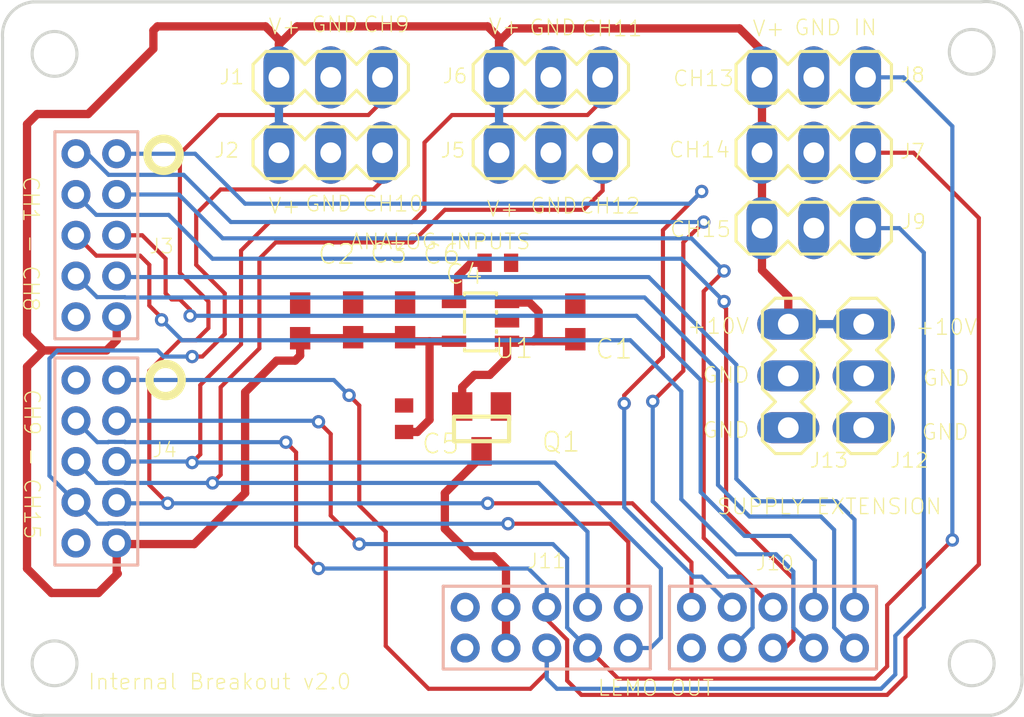
<source format=kicad_pcb>
(kicad_pcb (version 20171130) (host pcbnew 5.1.9)
  (layers (0 Top signal) (31 Bottom signal) (34 B.Paste user) (35 F.Paste user) (36 B.SilkS user) (37 F.SilkS user) (38 B.Mask user) (39 F.Mask user) (44 Edge.Cuts user))
  (net 0 "")
  (net 1 GND)
  (net 2 /VCC)
  (net 3 "Net-(C1-Pad1)")
  (net 4 /V+)
  (net 5 "Net-(C4-Pad1)")
  (net 6 /CH2)
  (net 7 /CH1)
  (net 8 /CH4)
  (net 9 /CH3)
  (net 10 /CH6)
  (net 11 /CH5)
  (net 12 /CH8)
  (net 13 /CH7)
  (net 14 /CH10)
  (net 15 /CH9)
  (net 16 /CH12)
  (net 17 /CH11)
  (net 18 /CH14)
  (net 19 /CH13)
  (net 20 "Net-(J4-Pad2)")
  (net 21 /CH15)
  (module internal_breakout:SUPER-SOT3 (layer Top) (at 146.994617 108.4536 180)
    (fp_text reference Q1 (at -2.9 -1.2) (layer F.SilkS) (effects (font (size 0.95 0.95) (thickness 0.076)) (justify left bottom)))
    (fp_text value DMP3099L)
    (pad 3 smd rect (at 0 -1.1 180) (size 1 1.4) (layers Top F.Paste F.Mask) (net 2 /VCC))
    (pad 2 smd rect (at 0.95 1.1 180) (size 1 1.4) (layers Top F.Paste F.Mask) (net 3 "Net-(C1-Pad1)"))
    (pad 1 smd rect (at -0.95 1.1 180) (size 1 1.4) (layers Top F.Paste F.Mask) (net 1 GND))
  )
  (module internal_breakout:SOT25 (layer Top) (at 146.944617 103.2036 90)
    (fp_text reference U1 (at -1.855 0.645) (layer F.SilkS) (effects (font (size 0.95 0.95) (thickness 0.076)) (justify left bottom)))
    (fp_text value LP2985)
    (pad 5 smd rect (at -0.95 -1.3 90) (size 0.55 1.2) (layers Top F.Paste F.Mask) (net 4 /V+))
    (pad 4 smd rect (at 0.95 -1.3 90) (size 0.55 1.2) (layers Top F.Paste F.Mask) (net 5 "Net-(C4-Pad1)"))
    (pad 3 smd rect (at 0.95 1.3 90) (size 0.55 1.2) (layers Top F.Paste F.Mask) (net 3 "Net-(C1-Pad1)"))
    (pad 2 smd rect (at 0 1.3 90) (size 0.55 1.2) (layers Top F.Paste F.Mask) (net 1 GND))
    (pad 1 smd rect (at -0.95 1.3 90) (size 0.55 1.2) (layers Top F.Paste F.Mask) (net 3 "Net-(C1-Pad1)"))
  )
  (module internal_breakout:C0603 (layer Top) (at 151.594617 103.2036 90)
    (fp_text reference C1 (at -1.885 0.915) (layer F.SilkS) (effects (font (size 0.95 0.95) (thickness 0.076)) (justify left bottom)))
    (fp_text value 1uF)
    (pad 2 smd rect (at 0.85 0 90) (size 1.1 1) (layers Top F.Paste F.Mask) (net 1 GND))
    (pad 1 smd rect (at -0.85 0 90) (size 1.1 1) (layers Top F.Paste F.Mask) (net 3 "Net-(C1-Pad1)"))
  )
  (module internal_breakout:C0603 (layer Top) (at 138.094617 103.1536 90)
    (fp_text reference C2 (at 2.715 0.815) (layer F.SilkS) (effects (font (size 0.95 0.95) (thickness 0.076)) (justify left bottom)))
    (fp_text value 10uF)
    (pad 2 smd rect (at 0.85 0 90) (size 1.1 1) (layers Top F.Paste F.Mask) (net 1 GND))
    (pad 1 smd rect (at -0.85 0 90) (size 1.1 1) (layers Top F.Paste F.Mask) (net 4 /V+))
  )
  (module internal_breakout:C0603 (layer Top) (at 140.694617 103.1036 90)
    (fp_text reference C3 (at 2.715 0.765) (layer F.SilkS) (effects (font (size 0.95 0.95) (thickness 0.076)) (justify left bottom)))
    (fp_text value 1uF)
    (pad 2 smd rect (at 0.85 0 90) (size 1.1 1) (layers Top F.Paste F.Mask) (net 1 GND))
    (pad 1 smd rect (at -0.85 0 90) (size 1.1 1) (layers Top F.Paste F.Mask) (net 4 /V+))
  )
  (module internal_breakout:C0402 (layer Top) (at 147.794617 100.3036)
    (fp_text reference C4 (at -2.635 1.115) (layer F.SilkS) (effects (font (size 0.95 0.95) (thickness 0.076)) (justify left bottom)))
    (fp_text value 10nF)
    (pad 2 smd rect (at 0.65 0) (size 0.7 0.9) (layers Top F.Paste F.Mask) (net 1 GND))
    (pad 1 smd rect (at -0.65 0) (size 0.7 0.9) (layers Top F.Paste F.Mask) (net 5 "Net-(C4-Pad1)"))
  )
  (module internal_breakout:C0402 (layer Top) (at 143.194617 107.9536 90)
    (fp_text reference C5 (at -1.785 0.815) (layer F.SilkS) (effects (font (size 0.95 0.95) (thickness 0.076)) (justify left bottom)))
    (fp_text value 1nF)
    (pad 2 smd rect (at 0.65 0 90) (size 0.7 0.9) (layers Top F.Paste F.Mask) (net 1 GND))
    (pad 1 smd rect (at -0.65 0 90) (size 0.7 0.9) (layers Top F.Paste F.Mask) (net 4 /V+))
  )
  (module internal_breakout:2X5 (layer Bottom) (at 128.094617 98.9536 270)
    (fp_text reference J3 hide)
    (fp_text value 2X5 hide)
    (pad 10 thru_hole circle (at 4 1 270) (size 1.4224 1.4224) (drill 0.8) (layers *.Cu *.Mask) (net 1 GND))
    (pad 9 thru_hole circle (at 4 -1 270) (size 1.4224 1.4224) (drill 0.8) (layers *.Cu *.Mask) (net 4 /V+))
    (pad 8 thru_hole circle (at 2 1 270) (size 1.4224 1.4224) (drill 0.8) (layers *.Cu *.Mask) (net 6 /CH2))
    (pad 7 thru_hole circle (at 2 -1 270) (size 1.4224 1.4224) (drill 0.8) (layers *.Cu *.Mask) (net 7 /CH1))
    (pad 6 thru_hole circle (at 0 1 270) (size 1.4224 1.4224) (drill 0.8) (layers *.Cu *.Mask) (net 8 /CH4))
    (pad 5 thru_hole circle (at 0 -1 270) (size 1.4224 1.4224) (drill 0.8) (layers *.Cu *.Mask) (net 9 /CH3))
    (pad 4 thru_hole circle (at -2 1 270) (size 1.4224 1.4224) (drill 0.8) (layers *.Cu *.Mask) (net 10 /CH6))
    (pad 3 thru_hole circle (at -2 -1 270) (size 1.4224 1.4224) (drill 0.8) (layers *.Cu *.Mask) (net 11 /CH5))
    (pad 2 thru_hole circle (at -4 1 270) (size 1.4224 1.4224) (drill 0.8) (layers *.Cu *.Mask) (net 12 /CH8))
    (pad 1 thru_hole circle (at -4 -1 270) (size 1.4224 1.4224) (drill 0.8) (layers *.Cu *.Mask) (net 13 /CH7))
  )
  (module internal_breakout:2X5 (layer Bottom) (at 128.094617 110.0536 270)
    (fp_text reference J4 hide)
    (fp_text value 2X5 hide)
    (pad 10 thru_hole circle (at 4 1 270) (size 1.4224 1.4224) (drill 0.8) (layers *.Cu *.Mask) (net 1 GND))
    (pad 9 thru_hole circle (at 4 -1 270) (size 1.4224 1.4224) (drill 0.8) (layers *.Cu *.Mask) (net 4 /V+))
    (pad 8 thru_hole circle (at 2 1 270) (size 1.4224 1.4224) (drill 0.8) (layers *.Cu *.Mask) (net 14 /CH10))
    (pad 7 thru_hole circle (at 2 -1 270) (size 1.4224 1.4224) (drill 0.8) (layers *.Cu *.Mask) (net 15 /CH9))
    (pad 6 thru_hole circle (at 0 1 270) (size 1.4224 1.4224) (drill 0.8) (layers *.Cu *.Mask) (net 16 /CH12))
    (pad 5 thru_hole circle (at 0 -1 270) (size 1.4224 1.4224) (drill 0.8) (layers *.Cu *.Mask) (net 17 /CH11))
    (pad 4 thru_hole circle (at -2 1 270) (size 1.4224 1.4224) (drill 0.8) (layers *.Cu *.Mask) (net 18 /CH14))
    (pad 3 thru_hole circle (at -2 -1 270) (size 1.4224 1.4224) (drill 0.8) (layers *.Cu *.Mask) (net 19 /CH13))
    (pad 2 thru_hole circle (at -4 1 270) (size 1.4224 1.4224) (drill 0.8) (layers *.Cu *.Mask) (net 20 "Net-(J4-Pad2)"))
    (pad 1 thru_hole circle (at -4 -1 270) (size 1.4224 1.4224) (drill 0.8) (layers *.Cu *.Mask) (net 21 /CH15))
  )
  (module internal_breakout:2X5 (layer Bottom) (at 161.294617 118.2036 180)
    (fp_text reference J10 hide)
    (fp_text value 2X5 hide)
    (pad 10 thru_hole circle (at 4 1 180) (size 1.4224 1.4224) (drill 0.8) (layers *.Cu *.Mask) (net 15 /CH9))
    (pad 9 thru_hole circle (at 4 -1 180) (size 1.4224 1.4224) (drill 0.8) (layers *.Cu *.Mask) (net 1 GND))
    (pad 8 thru_hole circle (at 2 1 180) (size 1.4224 1.4224) (drill 0.8) (layers *.Cu *.Mask) (net 13 /CH7))
    (pad 7 thru_hole circle (at 2 -1 180) (size 1.4224 1.4224) (drill 0.8) (layers *.Cu *.Mask) (net 12 /CH8))
    (pad 6 thru_hole circle (at 0 1 180) (size 1.4224 1.4224) (drill 0.8) (layers *.Cu *.Mask) (net 11 /CH5))
    (pad 5 thru_hole circle (at 0 -1 180) (size 1.4224 1.4224) (drill 0.8) (layers *.Cu *.Mask) (net 10 /CH6))
    (pad 4 thru_hole circle (at -2 1 180) (size 1.4224 1.4224) (drill 0.8) (layers *.Cu *.Mask) (net 9 /CH3))
    (pad 3 thru_hole circle (at -2 -1 180) (size 1.4224 1.4224) (drill 0.8) (layers *.Cu *.Mask) (net 8 /CH4))
    (pad 2 thru_hole circle (at -4 1 180) (size 1.4224 1.4224) (drill 0.8) (layers *.Cu *.Mask) (net 7 /CH1))
    (pad 1 thru_hole circle (at -4 -1 180) (size 1.4224 1.4224) (drill 0.8) (layers *.Cu *.Mask) (net 6 /CH2))
  )
  (module internal_breakout:2X5 (layer Bottom) (at 150.194617 118.2036 180)
    (fp_text reference J11 hide)
    (fp_text value 2X5 hide)
    (pad 10 thru_hole circle (at 4 1 180) (size 1.4224 1.4224) (drill 0.8) (layers *.Cu *.Mask) (net 1 GND))
    (pad 9 thru_hole circle (at 4 -1 180) (size 1.4224 1.4224) (drill 0.8) (layers *.Cu *.Mask) (net 1 GND))
    (pad 8 thru_hole circle (at 2 1 180) (size 1.4224 1.4224) (drill 0.8) (layers *.Cu *.Mask) (net 2 /VCC))
    (pad 7 thru_hole circle (at 2 -1 180) (size 1.4224 1.4224) (drill 0.8) (layers *.Cu *.Mask) (net 2 /VCC))
    (pad 6 thru_hole circle (at 0 1 180) (size 1.4224 1.4224) (drill 0.8) (layers *.Cu *.Mask) (net 18 /CH14))
    (pad 5 thru_hole circle (at 0 -1 180) (size 1.4224 1.4224) (drill 0.8) (layers *.Cu *.Mask) (net 21 /CH15))
    (pad 4 thru_hole circle (at -2 1 180) (size 1.4224 1.4224) (drill 0.8) (layers *.Cu *.Mask) (net 16 /CH12))
    (pad 3 thru_hole circle (at -2 -1 180) (size 1.4224 1.4224) (drill 0.8) (layers *.Cu *.Mask) (net 19 /CH13))
    (pad 2 thru_hole circle (at -4 1 180) (size 1.4224 1.4224) (drill 0.8) (layers *.Cu *.Mask) (net 14 /CH10))
    (pad 1 thru_hole circle (at -4 -1 180) (size 1.4224 1.4224) (drill 0.8) (layers *.Cu *.Mask) (net 17 /CH11))
  )
  (module internal_breakout:C0603 (layer Top) (at 143.244617 103.1036 90)
    (fp_text reference C6 (at 2.665 0.815) (layer F.SilkS) (effects (font (size 0.95 0.95) (thickness 0.076)) (justify left bottom)))
    (fp_text value 2.2uF)
    (pad 2 smd rect (at 0.85 0 90) (size 1.1 1) (layers Top F.Paste F.Mask) (net 1 GND))
    (pad 1 smd rect (at -0.85 0 90) (size 1.1 1) (layers Top F.Paste F.Mask) (net 4 /V+))
  )
  (module internal_breakout:MA03-1 (layer Top) (at 139.594617 91.2036)
    (fp_text reference J1 (at -5.51 0.399) (layer F.SilkS) (effects (font (size 0.7125 0.7125) (thickness 0.07125)) (justify left bottom)))
    (fp_text value MA03-1)
    (pad 3 thru_hole oval (at 2.54 0 90) (size 3.048 1.524) (drill 1.016) (layers *.Cu *.Mask) (net 15 /CH9))
    (pad 2 thru_hole oval (at 0 0 90) (size 3.048 1.524) (drill 1.016) (layers *.Cu *.Mask) (net 1 GND))
    (pad 1 thru_hole oval (at -2.54 0 90) (size 3.048 1.524) (drill 1.016) (layers *.Cu *.Mask) (net 4 /V+))
  )
  (module internal_breakout:MA03-1 (layer Top) (at 139.594617 94.9036)
    (fp_text reference J2 (at -5.76 0.299) (layer F.SilkS) (effects (font (size 0.7125 0.7125) (thickness 0.07125)) (justify left bottom)))
    (fp_text value MA03-1)
    (pad 3 thru_hole oval (at 2.54 0 90) (size 3.048 1.524) (drill 1.016) (layers *.Cu *.Mask) (net 14 /CH10))
    (pad 2 thru_hole oval (at 0 0 90) (size 3.048 1.524) (drill 1.016) (layers *.Cu *.Mask) (net 1 GND))
    (pad 1 thru_hole oval (at -2.54 0 90) (size 3.048 1.524) (drill 1.016) (layers *.Cu *.Mask) (net 4 /V+))
  )
  (module internal_breakout:MA03-1 (layer Top) (at 162.044617 105.8536 90)
    (fp_text reference J13 (at -4.56 0.999) (layer F.SilkS) (effects (font (size 0.7125 0.7125) (thickness 0.07125)) (justify left bottom)))
    (fp_text value MA03-1)
    (pad 3 thru_hole oval (at 2.54 0 180) (size 3.048 1.524) (drill 1.016) (layers *.Cu *.Mask) (net 4 /V+))
    (pad 2 thru_hole oval (at 0 0 180) (size 3.048 1.524) (drill 1.016) (layers *.Cu *.Mask) (net 1 GND))
    (pad 1 thru_hole oval (at -2.54 0 180) (size 3.048 1.524) (drill 1.016) (layers *.Cu *.Mask) (net 1 GND))
  )
  (module internal_breakout:MA03-1 (layer Top) (at 150.394617 91.2036)
    (fp_text reference J6 (at -5.36 0.349) (layer F.SilkS) (effects (font (size 0.7125 0.7125) (thickness 0.07125)) (justify left bottom)))
    (fp_text value MA03-1)
    (pad 3 thru_hole oval (at 2.54 0 90) (size 3.048 1.524) (drill 1.016) (layers *.Cu *.Mask) (net 17 /CH11))
    (pad 2 thru_hole oval (at 0 0 90) (size 3.048 1.524) (drill 1.016) (layers *.Cu *.Mask) (net 1 GND))
    (pad 1 thru_hole oval (at -2.54 0 90) (size 3.048 1.524) (drill 1.016) (layers *.Cu *.Mask) (net 4 /V+))
  )
  (module internal_breakout:MA03-1 (layer Top) (at 150.394617 94.9036)
    (fp_text reference J5 (at -5.46 0.299) (layer F.SilkS) (effects (font (size 0.7125 0.7125) (thickness 0.07125)) (justify left bottom)))
    (fp_text value MA03-1)
    (pad 3 thru_hole oval (at 2.54 0 90) (size 3.048 1.524) (drill 1.016) (layers *.Cu *.Mask) (net 16 /CH12))
    (pad 2 thru_hole oval (at 0 0 90) (size 3.048 1.524) (drill 1.016) (layers *.Cu *.Mask) (net 1 GND))
    (pad 1 thru_hole oval (at -2.54 0 90) (size 3.048 1.524) (drill 1.016) (layers *.Cu *.Mask) (net 4 /V+))
  )
  (module internal_breakout:MA03-1 (layer Top) (at 165.744617 105.8536 90)
    (fp_text reference J12 (at -4.56 1.249) (layer F.SilkS) (effects (font (size 0.7125 0.7125) (thickness 0.07125)) (justify left bottom)))
    (fp_text value MA03-1)
    (pad 3 thru_hole oval (at 2.54 0 180) (size 3.048 1.524) (drill 1.016) (layers *.Cu *.Mask) (net 4 /V+))
    (pad 2 thru_hole oval (at 0 0 180) (size 3.048 1.524) (drill 1.016) (layers *.Cu *.Mask) (net 1 GND))
    (pad 1 thru_hole oval (at -2.54 0 180) (size 3.048 1.524) (drill 1.016) (layers *.Cu *.Mask) (net 1 GND))
  )
  (module internal_breakout:MA03-1 (layer Top) (at 163.294617 91.2036)
    (fp_text reference J8 (at 4.19 0.299) (layer F.SilkS) (effects (font (size 0.7125 0.7125) (thickness 0.07125)) (justify left bottom)))
    (fp_text value MA03-1)
    (pad 3 thru_hole oval (at 2.54 0 90) (size 3.048 1.524) (drill 1.016) (layers *.Cu *.Mask) (net 19 /CH13))
    (pad 2 thru_hole oval (at 0 0 90) (size 3.048 1.524) (drill 1.016) (layers *.Cu *.Mask) (net 1 GND))
    (pad 1 thru_hole oval (at -2.54 0 90) (size 3.048 1.524) (drill 1.016) (layers *.Cu *.Mask) (net 4 /V+))
  )
  (module internal_breakout:MA03-1 (layer Top) (at 163.294617 94.9036)
    (fp_text reference J7 (at 4.19 0.349) (layer F.SilkS) (effects (font (size 0.7125 0.7125) (thickness 0.07125)) (justify left bottom)))
    (fp_text value MA03-1)
    (pad 3 thru_hole oval (at 2.54 0 90) (size 3.048 1.524) (drill 1.016) (layers *.Cu *.Mask) (net 18 /CH14))
    (pad 2 thru_hole oval (at 0 0 90) (size 3.048 1.524) (drill 1.016) (layers *.Cu *.Mask) (net 1 GND))
    (pad 1 thru_hole oval (at -2.54 0 90) (size 3.048 1.524) (drill 1.016) (layers *.Cu *.Mask) (net 4 /V+))
  )
  (module internal_breakout:MA03-1 (layer Top) (at 163.294617 98.6036)
    (fp_text reference J9 (at 4.24 0.099) (layer F.SilkS) (effects (font (size 0.7125 0.7125) (thickness 0.07125)) (justify left bottom)))
    (fp_text value MA03-1)
    (pad 3 thru_hole oval (at 2.54 0 90) (size 3.048 1.524) (drill 1.016) (layers *.Cu *.Mask) (net 21 /CH15))
    (pad 2 thru_hole oval (at 0 0 90) (size 3.048 1.524) (drill 1.016) (layers *.Cu *.Mask) (net 1 GND))
    (pad 1 thru_hole oval (at -2.54 0 90) (size 3.048 1.524) (drill 1.016) (layers *.Cu *.Mask) (net 4 /V+))
  )
  (gr_line (start 124.994617 87.5036) (end 171.494617 87.5036) (layer Edge.Cuts) (width 0.15))
  (gr_line (start 123.494617 121.0036) (end 123.494617 89.2536) (layer Edge.Cuts) (width 0.15))
  (gr_line (start 173.494617 120.5036) (end 173.494617 89.0036) (layer Edge.Cuts) (width 0.15))
  (gr_line (start 125.494617 122.5036) (end 171.994617 122.5036) (layer Edge.Cuts) (width 0.15))
  (gr_arc (start 125.119617 89.1286) (end 123.494617 89.2536) (angle 90) (layer Edge.Cuts) (width 0.1524))
  (gr_arc (start 125.244617 120.7536) (end 125.494617 122.5036) (angle 90) (layer Edge.Cuts) (width 0.1524))
  (gr_arc (start 171.744617 120.7536) (end 173.494617 120.5036) (angle 90) (layer Edge.Cuts) (width 0.1524))
  (gr_arc (start 171.744617 89.2536) (end 171.494617 87.5036) (angle 90) (layer Edge.Cuts) (width 0.1524))
  (gr_circle (center 126.044617 90.0536) (end 127.144617 90.0536) (layer Edge.Cuts) (width 0.1524))
  (gr_circle (center 126.044617 119.9536) (end 127.144617 119.9536) (layer Edge.Cuts) (width 0.1524))
  (gr_circle (center 171.044617 89.9536) (end 172.144617 89.9536) (layer Edge.Cuts) (width 0.1524))
  (gr_circle (center 171.044617 119.9536) (end 172.144617 119.9536) (layer Edge.Cuts) (width 0.1524))
  (gr_text "SUPPLY EXTENSION" (at 158.494617 112.7036) (layer F.SilkS) (effects (font (size 0.76 0.76) (thickness 0.064)) (justify left bottom)))
  (gr_text "ANALOG INPUTS" (at 140.494617 99.7036) (layer F.SilkS) (effects (font (size 0.76 0.76) (thickness 0.064)) (justify left bottom)))
  (gr_text "LEMO OUT" (at 152.644617 121.6036) (layer F.SilkS) (effects (font (size 0.76 0.76) (thickness 0.064)) (justify left bottom)))
  (gr_text J11 (at 149.194617 115.3536) (layer F.SilkS) (effects (font (size 0.7125 0.7125) (thickness 0.06)) (justify left bottom)))
  (gr_text J10 (at 160.394617 115.4536) (layer F.SilkS) (effects (font (size 0.7125 0.7125) (thickness 0.06)) (justify left bottom)))
  (gr_text J4 (at 130.794617 109.9036) (layer F.SilkS) (effects (font (size 0.7125 0.7125) (thickness 0.06)) (justify left bottom)))
  (gr_text J3 (at 130.644617 99.9036) (layer F.SilkS) (effects (font (size 0.7125 0.7125) (thickness 0.06)) (justify left bottom)))
  (gr_text "CH1 - CH8" (at 124.444617 96.0036 270) (layer F.SilkS) (effects (font (size 0.76 0.76) (thickness 0.064)) (justify left bottom)))
  (gr_text "CH9 - CH15" (at 124.494617 106.4536 270) (layer F.SilkS) (effects (font (size 0.76 0.76) (thickness 0.064)) (justify left bottom)))
  (gr_text V+ (at 136.494617 89.1536) (layer F.SilkS) (effects (font (size 0.76 0.76) (thickness 0.064)) (justify left bottom)))
  (gr_text GND (at 138.594617 89.0536) (layer F.SilkS) (effects (font (size 0.76 0.76) (thickness 0.064)) (justify left bottom)))
  (gr_text GND (at 149.294617 89.2036) (layer F.SilkS) (effects (font (size 0.76 0.76) (thickness 0.064)) (justify left bottom)))
  (gr_text GND (at 162.294617 89.2036) (layer F.SilkS) (effects (font (size 0.76 0.76) (thickness 0.064)) (justify left bottom)))
  (gr_text GND (at 168.594617 106.4036) (layer F.SilkS) (effects (font (size 0.76 0.76) (thickness 0.064)) (justify left bottom)))
  (gr_text GND (at 168.544617 109.0536) (layer F.SilkS) (effects (font (size 0.76 0.76) (thickness 0.064)) (justify left bottom)))
  (gr_text GND (at 157.794617 108.9536) (layer F.SilkS) (effects (font (size 0.76 0.76) (thickness 0.064)) (justify left bottom)))
  (gr_text GND (at 157.794617 106.2536) (layer F.SilkS) (effects (font (size 0.76 0.76) (thickness 0.064)) (justify left bottom)))
  (gr_text GND (at 149.344617 97.9536) (layer F.SilkS) (effects (font (size 0.76 0.76) (thickness 0.064)) (justify left bottom)))
  (gr_text GND (at 138.294617 97.8536) (layer F.SilkS) (effects (font (size 0.76 0.76) (thickness 0.064)) (justify left bottom)))
  (gr_text V+ (at 147.294617 89.1536) (layer F.SilkS) (effects (font (size 0.76 0.76) (thickness 0.064)) (justify left bottom)))
  (gr_text V+ (at 160.244617 89.2536) (layer F.SilkS) (effects (font (size 0.76 0.76) (thickness 0.064)) (justify left bottom)))
  (gr_text V+ (at 147.194617 98.1036) (layer F.SilkS) (effects (font (size 0.76 0.76) (thickness 0.064)) (justify left bottom)))
  (gr_text V+ (at 136.494617 97.9536) (layer F.SilkS) (effects (font (size 0.76 0.76) (thickness 0.064)) (justify left bottom)))
  (gr_text +10V (at 157.044617 103.8536) (layer F.SilkS) (effects (font (size 0.76 0.76) (thickness 0.064)) (justify left bottom)))
  (gr_text +10V (at 168.244617 103.9036) (layer F.SilkS) (effects (font (size 0.76 0.76) (thickness 0.064)) (justify left bottom)))
  (gr_text "Internal Breakout v2.0" (at 127.644617 121.3036) (layer F.SilkS) (effects (font (size 0.76 0.76) (thickness 0.064)) (justify left bottom)))
  (gr_text CH9 (at 141.144617 89.0536) (layer F.SilkS) (effects (font (size 0.76 0.76) (thickness 0.064)) (justify left bottom)))
  (gr_text CH11 (at 151.844617 89.2536) (layer F.SilkS) (effects (font (size 0.76 0.76) (thickness 0.064)) (justify left bottom)))
  (gr_text CH10 (at 141.094617 97.8536) (layer F.SilkS) (effects (font (size 0.76 0.76) (thickness 0.064)) (justify left bottom)))
  (gr_text CH12 (at 151.744617 97.9536) (layer F.SilkS) (effects (font (size 0.76 0.76) (thickness 0.064)) (justify left bottom)))
  (gr_text IN (at 165.194617 89.2036) (layer F.SilkS) (effects (font (size 0.76 0.76) (thickness 0.064)) (justify left bottom)))
  (gr_text CH13 (at 156.344617 91.7036) (layer F.SilkS) (effects (font (size 0.76 0.76) (thickness 0.064)) (justify left bottom)))
  (gr_text CH14 (at 156.144617 95.2036) (layer F.SilkS) (effects (font (size 0.76 0.76) (thickness 0.064)) (justify left bottom)))
  (gr_text CH15 (at 156.194617 99.1036) (layer F.SilkS) (effects (font (size 0.76 0.76) (thickness 0.064)) (justify left bottom)))
  (gr_circle (center 131.394617 95.0036) (end 132.185185 95.0036) (layer F.SilkS) (width 0.4064))
  (gr_circle (center 131.494617 106.0536) (end 132.285185 106.0536) (layer F.SilkS) (width 0.4064))
  (segment (start 146.044617 107.3536) (end 146.044617 106.4036) (width 0.4064) (layer Top) (net 3))
  (segment (start 146.044617 106.4036) (end 146.644617 105.8036) (width 0.4064) (layer Top) (net 3))
  (segment (start 146.644617 105.8036) (end 147.394617 105.8036) (width 0.4064) (layer Top) (net 3))
  (segment (start 148.244617 104.9536) (end 148.244617 104.1536) (width 0.4064) (layer Top) (net 3))
  (segment (start 147.394617 105.8036) (end 148.244617 104.9536) (width 0.4064) (layer Top) (net 3))
  (segment (start 148.244617 104.1536) (end 149.544617 104.1536) (width 0.4064) (layer Top) (net 3))
  (segment (start 149.794617 102.7036) (end 149.344617 102.2536) (width 0.4064) (layer Top) (net 3))
  (segment (start 149.344617 102.2536) (end 148.244617 102.2536) (width 0.4064) (layer Top) (net 3))
  (segment (start 149.544617 104.1536) (end 149.794617 103.9036) (width 0.4064) (layer Top) (net 3))
  (segment (start 149.794617 103.9036) (end 149.794617 102.7036) (width 0.4064) (layer Top) (net 3))
  (segment (start 149.544617 104.1536) (end 151.494617 104.1536) (width 0.4064) (layer Top) (net 3))
  (segment (start 151.494617 104.1536) (end 151.594617 104.0536) (width 0.4064) (layer Top) (net 3))
  (segment (start 145.644617 102.2536) (end 145.844617 102.0536) (width 0.4064) (layer Top) (net 5))
  (segment (start 145.844617 100.9536) (end 146.494617 100.3036) (width 0.4064) (layer Top) (net 5))
  (segment (start 146.494617 100.3036) (end 147.144617 100.3036) (width 0.4064) (layer Top) (net 5))
  (segment (start 145.844617 102.0536) (end 145.844617 100.9536) (width 0.4064) (layer Top) (net 5))
  (segment (start 148.194617 115.3036) (end 147.594617 114.7036) (width 0.4064) (layer Top) (net 2))
  (segment (start 147.594617 114.7036) (end 146.544617 114.7036) (width 0.4064) (layer Top) (net 2))
  (segment (start 146.544617 114.7036) (end 145.194617 113.3536) (width 0.4064) (layer Top) (net 2))
  (segment (start 146.994617 109.8036) (end 146.994617 109.5536) (width 0.4064) (layer Top) (net 2))
  (segment (start 145.194617 113.3536) (end 145.194617 111.6036) (width 0.4064) (layer Top) (net 2))
  (segment (start 145.194617 111.6036) (end 146.994617 109.8036) (width 0.4064) (layer Top) (net 2))
  (segment (start 148.194617 115.3036) (end 148.194617 117.2036) (width 0.4064) (layer Top) (net 2))
  (segment (start 148.194617 119.2036) (end 148.194617 117.2036) (width 0.4064) (layer Top) (net 2))
  (segment (start 162.044617 103.3136) (end 162.044617 101.9536) (width 0.4064) (layer Top) (net 4))
  (segment (start 160.754617 100.6636) (end 160.754617 98.6036) (width 0.4064) (layer Top) (net 4))
  (segment (start 162.044617 101.9536) (end 160.754617 100.6636) (width 0.4064) (layer Top) (net 4))
  (segment (start 160.754617 98.6036) (end 160.754617 94.9036) (width 0.4064) (layer Top) (net 4))
  (segment (start 160.754617 94.9036) (end 160.754617 91.2036) (width 0.4064) (layer Top) (net 4))
  (segment (start 160.754617 91.2036) (end 160.754617 89.9136) (width 0.4064) (layer Top) (net 4))
  (segment (start 160.754617 89.9136) (end 159.644617 88.8036) (width 0.4064) (layer Top) (net 4))
  (segment (start 159.644617 88.8036) (end 148.494617 88.8036) (width 0.4064) (layer Top) (net 4))
  (segment (start 147.854617 89.4436) (end 147.854617 91.2036) (width 0.4064) (layer Top) (net 4))
  (segment (start 148.494617 88.8036) (end 147.854617 89.4436) (width 0.4064) (layer Top) (net 4))
  (segment (start 147.854617 91.2036) (end 147.854617 89.2636) (width 0.4064) (layer Top) (net 4))
  (segment (start 147.854617 89.2636) (end 147.294617 88.7036) (width 0.4064) (layer Top) (net 4))
  (segment (start 147.294617 88.7036) (end 137.944617 88.7036) (width 0.4064) (layer Top) (net 4))
  (segment (start 137.054617 89.5936) (end 137.054617 91.2036) (width 0.4064) (layer Top) (net 4))
  (segment (start 137.944617 88.7036) (end 137.054617 89.5936) (width 0.4064) (layer Top) (net 4))
  (segment (start 137.054617 91.2036) (end 137.054617 89.3636) (width 0.4064) (layer Top) (net 4))
  (segment (start 137.054617 89.3636) (end 136.394617 88.7036) (width 0.4064) (layer Top) (net 4))
  (segment (start 136.394617 88.7036) (end 131.094617 88.7036) (width 0.4064) (layer Top) (net 4))
  (segment (start 131.094617 88.7036) (end 130.894617 88.9036) (width 0.4064) (layer Top) (net 4))
  (segment (start 124.694617 93.5036) (end 125.194617 93.0036) (width 0.4064) (layer Top) (net 4))
  (segment (start 124.694617 93.5036) (end 124.694617 103.8036) (width 0.4064) (layer Top) (net 4))
  (segment (start 125.494617 104.6036) (end 128.594617 104.6036) (width 0.4064) (layer Top) (net 4))
  (segment (start 128.594617 104.6036) (end 129.094617 104.1036) (width 0.4064) (layer Top) (net 4))
  (segment (start 124.694617 103.8036) (end 125.494617 104.6036) (width 0.4064) (layer Top) (net 4))
  (segment (start 125.494617 104.6036) (end 124.694617 105.4036) (width 0.4064) (layer Top) (net 4))
  (segment (start 124.694617 115.3036) (end 125.894617 116.5036) (width 0.4064) (layer Top) (net 4))
  (segment (start 128.194617 116.5036) (end 129.144617 115.5536) (width 0.4064) (layer Top) (net 4))
  (segment (start 129.144617 115.5536) (end 129.094617 115.5036) (width 0.4064) (layer Top) (net 4))
  (segment (start 124.694617 105.4036) (end 124.694617 115.3036) (width 0.4064) (layer Top) (net 4))
  (segment (start 125.894617 116.5036) (end 128.194617 116.5036) (width 0.4064) (layer Top) (net 4))
  (segment (start 143.444617 104.1536) (end 143.244617 103.9536) (width 0.4064) (layer Top) (net 4))
  (segment (start 145.644617 104.1536) (end 144.444617 104.1536) (width 0.4064) (layer Top) (net 4))
  (segment (start 144.444617 104.1536) (end 143.444617 104.1536) (width 0.4064) (layer Top) (net 4))
  (segment (start 143.194617 108.6036) (end 143.844617 108.6036) (width 0.4064) (layer Top) (net 4))
  (segment (start 143.844617 108.6036) (end 144.444617 108.0036) (width 0.4064) (layer Top) (net 4))
  (segment (start 144.444617 108.0036) (end 144.444617 104.1536) (width 0.4064) (layer Top) (net 4))
  (segment (start 143.244617 103.9536) (end 140.694617 103.9536) (width 0.4064) (layer Top) (net 4))
  (segment (start 140.694617 103.9536) (end 140.644617 104.0036) (width 0.4064) (layer Top) (net 4))
  (segment (start 140.644617 104.0036) (end 138.094617 104.0036) (width 0.4064) (layer Top) (net 4))
  (segment (start 138.094617 104.0036) (end 138.094617 104.8536) (width 0.4064) (layer Top) (net 4))
  (segment (start 138.094617 104.8536) (end 137.844617 105.1036) (width 0.4064) (layer Top) (net 4))
  (segment (start 137.844617 105.1036) (end 136.944617 105.1036) (width 0.4064) (layer Top) (net 4))
  (segment (start 136.944617 105.1036) (end 135.394617 106.6536) (width 0.4064) (layer Top) (net 4))
  (segment (start 135.394617 111.6036) (end 132.894617 114.1036) (width 0.4064) (layer Top) (net 4))
  (segment (start 135.394617 106.6536) (end 135.394617 111.6036) (width 0.4064) (layer Top) (net 4))
  (segment (start 130.894617 89.8036) (end 130.894617 88.9036) (width 0.4064) (layer Top) (net 4))
  (segment (start 125.194617 93.0036) (end 127.694617 93.0036) (width 0.4064) (layer Top) (net 4))
  (segment (start 127.694617 93.0036) (end 130.894617 89.8036) (width 0.4064) (layer Top) (net 4))
  (segment (start 137.054617 94.9036) (end 137.054617 91.2036) (width 0.4064) (layer Bottom) (net 4))
  (segment (start 147.854617 94.9036) (end 147.854617 91.2036) (width 0.4064) (layer Bottom) (net 4))
  (segment (start 162.044617 103.3136) (end 165.744617 103.3136) (width 0.4064) (layer Bottom) (net 4))
  (segment (start 129.094617 102.9536) (end 129.094617 104.1036) (width 0.4064) (layer Top) (net 4))
  (segment (start 132.894617 114.1036) (end 129.144617 114.1036) (width 0.4064) (layer Top) (net 4))
  (segment (start 129.144617 114.1036) (end 129.094617 114.0536) (width 0.4064) (layer Top) (net 4))
  (segment (start 129.094617 115.5036) (end 129.094617 114.0536) (width 0.4064) (layer Top) (net 4))
  (segment (start 155.194617 101.0036) (end 159.494617 105.3036) (width 0.2032) (layer Bottom) (net 7))
  (segment (start 159.494617 105.3036) (end 159.494617 110.9036) (width 0.2032) (layer Bottom) (net 7))
  (segment (start 164.394617 112.0036) (end 165.294617 112.9036) (width 0.2032) (layer Bottom) (net 7))
  (segment (start 159.494617 110.9036) (end 160.594617 112.0036) (width 0.2032) (layer Bottom) (net 7))
  (segment (start 160.594617 112.0036) (end 164.394617 112.0036) (width 0.2032) (layer Bottom) (net 7))
  (segment (start 155.194617 101.0036) (end 129.144617 101.0036) (width 0.2032) (layer Bottom) (net 7))
  (segment (start 129.144617 101.0036) (end 129.094617 100.9536) (width 0.2032) (layer Bottom) (net 7))
  (segment (start 165.294617 117.2036) (end 165.294617 112.9036) (width 0.2032) (layer Bottom) (net 7))
  (via (at 158.894617 100.7036) (size 0.6548) (drill 0.35) (layers Top Bottom) (net 11))
  (segment (start 157.894617 113.8036) (end 157.894617 101.7036) (width 0.2032) (layer Top) (net 11))
  (segment (start 157.894617 101.7036) (end 158.894617 100.7036) (width 0.2032) (layer Top) (net 11))
  (segment (start 158.894617 100.7036) (end 157.294617 99.1036) (width 0.2032) (layer Bottom) (net 11))
  (segment (start 157.294617 99.1036) (end 134.294617 99.1036) (width 0.2032) (layer Bottom) (net 11))
  (segment (start 134.294617 99.1036) (end 132.144617 96.9536) (width 0.2032) (layer Bottom) (net 11))
  (segment (start 129.094617 96.9536) (end 132.144617 96.9536) (width 0.2032) (layer Bottom) (net 11))
  (segment (start 161.294617 117.2036) (end 157.894617 113.8036) (width 0.2032) (layer Top) (net 11))
  (segment (start 157.794617 115.7036) (end 157.394617 115.7036) (width 0.2032) (layer Bottom) (net 13))
  (segment (start 157.394617 115.7036) (end 153.994617 112.3036) (width 0.2032) (layer Bottom) (net 13))
  (via (at 153.994617 107.2036) (size 0.6548) (drill 0.35) (layers Top Bottom) (net 13))
  (segment (start 153.994617 107.2036) (end 153.994617 106.8036) (width 0.2032) (layer Top) (net 13))
  (segment (start 155.894617 98.7036) (end 157.794617 96.8036) (width 0.2032) (layer Top) (net 13))
  (via (at 157.794617 96.8036) (size 0.6548) (drill 0.35) (layers Top Bottom) (net 13))
  (segment (start 157.794617 96.8036) (end 157.194617 97.4036) (width 0.2032) (layer Bottom) (net 13))
  (segment (start 153.994617 112.3036) (end 153.994617 107.2036) (width 0.2032) (layer Bottom) (net 13))
  (segment (start 153.994617 106.8036) (end 155.894617 104.9036) (width 0.2032) (layer Top) (net 13))
  (segment (start 155.894617 104.9036) (end 155.894617 98.7036) (width 0.2032) (layer Top) (net 13))
  (segment (start 157.194617 97.4036) (end 135.394617 97.4036) (width 0.2032) (layer Bottom) (net 13))
  (segment (start 135.394617 97.4036) (end 132.944617 94.9536) (width 0.2032) (layer Bottom) (net 13))
  (segment (start 129.094617 94.9536) (end 132.944617 94.9536) (width 0.2032) (layer Bottom) (net 13))
  (segment (start 157.794617 115.7036) (end 159.294617 117.2036) (width 0.2032) (layer Bottom) (net 13))
  (segment (start 164.294617 113.4036) (end 163.644617 112.7536) (width 0.2032) (layer Bottom) (net 6))
  (segment (start 163.644617 112.7536) (end 160.144617 112.7536) (width 0.2032) (layer Bottom) (net 6))
  (segment (start 160.144617 112.7536) (end 158.594617 111.2036) (width 0.2032) (layer Bottom) (net 6))
  (segment (start 158.594617 111.2036) (end 158.594617 105.6036) (width 0.2032) (layer Bottom) (net 6))
  (segment (start 158.594617 105.6036) (end 154.994617 102.0036) (width 0.2032) (layer Bottom) (net 6))
  (segment (start 129.509617 102.0036) (end 129.494417 101.9884) (width 0.2032) (layer Bottom) (net 6))
  (segment (start 154.994617 102.0036) (end 129.509617 102.0036) (width 0.2032) (layer Bottom) (net 6))
  (segment (start 164.294617 118.2036) (end 164.294617 113.4036) (width 0.2032) (layer Bottom) (net 6))
  (segment (start 129.494417 101.9884) (end 128.129417 101.9884) (width 0.2032) (layer Bottom) (net 6))
  (segment (start 128.129417 101.9884) (end 127.094617 100.9536) (width 0.2032) (layer Bottom) (net 6))
  (segment (start 164.294617 118.2036) (end 165.294617 119.2036) (width 0.2032) (layer Bottom) (net 6))
  (segment (start 131.494617 101.8036) (end 131.794617 102.1036) (width 0.2032) (layer Top) (net 9))
  (segment (start 131.794617 102.1036) (end 132.194617 102.1036) (width 0.2032) (layer Top) (net 9))
  (segment (start 132.694617 102.6036) (end 132.694617 102.9036) (width 0.2032) (layer Top) (net 9))
  (via (at 132.694617 102.9036) (size 0.6548) (drill 0.35) (layers Top Bottom) (net 9))
  (segment (start 130.344617 98.9536) (end 131.494617 100.1036) (width 0.2032) (layer Top) (net 9))
  (segment (start 131.494617 100.1036) (end 131.494617 101.8036) (width 0.2032) (layer Top) (net 9))
  (segment (start 132.194617 102.1036) (end 132.694617 102.6036) (width 0.2032) (layer Top) (net 9))
  (segment (start 132.694617 102.9036) (end 154.594617 102.9036) (width 0.2032) (layer Bottom) (net 9))
  (segment (start 154.594617 102.9036) (end 157.744617 106.0536) (width 0.2032) (layer Bottom) (net 9))
  (segment (start 157.744617 106.0536) (end 157.744617 111.5536) (width 0.2032) (layer Bottom) (net 9))
  (segment (start 159.894617 113.7036) (end 162.144617 113.7036) (width 0.2032) (layer Bottom) (net 9))
  (segment (start 162.144617 113.7036) (end 163.344617 114.9036) (width 0.2032) (layer Bottom) (net 9))
  (segment (start 157.744617 111.5536) (end 159.894617 113.7036) (width 0.2032) (layer Bottom) (net 9))
  (segment (start 130.344617 98.9536) (end 129.094617 98.9536) (width 0.2032) (layer Top) (net 9))
  (segment (start 163.344617 114.9036) (end 163.344617 117.1536) (width 0.2032) (layer Bottom) (net 9))
  (segment (start 163.344617 117.1536) (end 163.294617 117.2036) (width 0.2032) (layer Bottom) (net 9))
  (segment (start 158.994617 102.5536) (end 158.894617 102.4536) (width 0.2032) (layer Top) (net 10))
  (segment (start 158.894617 102.4536) (end 158.894617 102.2036) (width 0.2032) (layer Top) (net 10))
  (via (at 158.894617 102.2036) (size 0.6548) (drill 0.35) (layers Top Bottom) (net 10))
  (segment (start 162.294617 115.8036) (end 158.994617 112.5036) (width 0.2032) (layer Top) (net 10))
  (segment (start 158.994617 112.5036) (end 158.994617 102.5536) (width 0.2032) (layer Top) (net 10))
  (segment (start 131.644617 97.9536) (end 133.794617 100.1036) (width 0.2032) (layer Bottom) (net 10))
  (segment (start 133.794617 100.1036) (end 156.794617 100.1036) (width 0.2032) (layer Bottom) (net 10))
  (segment (start 156.794617 100.1036) (end 158.894617 102.2036) (width 0.2032) (layer Bottom) (net 10))
  (segment (start 131.644617 97.9536) (end 128.094617 97.9536) (width 0.2032) (layer Bottom) (net 10))
  (segment (start 128.094617 97.9536) (end 127.094617 96.9536) (width 0.2032) (layer Bottom) (net 10))
  (segment (start 162.294617 115.8036) (end 162.294617 118.8036) (width 0.2032) (layer Top) (net 10))
  (segment (start 162.294617 118.8036) (end 161.894617 119.2036) (width 0.2032) (layer Top) (net 10))
  (segment (start 161.894617 119.2036) (end 161.294617 119.2036) (width 0.2032) (layer Top) (net 10))
  (segment (start 128.694817 95.9884) (end 132.379417 95.9884) (width 0.2032) (layer Bottom) (net 12))
  (via (at 157.894617 98.3036) (size 0.6548) (drill 0.35) (layers Top Bottom) (net 12))
  (segment (start 157.894617 98.3036) (end 156.894617 99.3036) (width 0.2032) (layer Top) (net 12))
  (via (at 155.394617 107.1036) (size 0.6548) (drill 0.35) (layers Top Bottom) (net 12))
  (segment (start 155.394617 107.1036) (end 155.394617 112.0036) (width 0.2032) (layer Bottom) (net 12))
  (segment (start 159.694617 115.7036) (end 160.294617 116.3036) (width 0.2032) (layer Bottom) (net 12))
  (segment (start 132.379417 95.9884) (end 134.694617 98.3036) (width 0.2032) (layer Bottom) (net 12))
  (segment (start 134.694617 98.3036) (end 157.894617 98.3036) (width 0.2032) (layer Bottom) (net 12))
  (segment (start 156.894617 99.3036) (end 156.894617 105.6036) (width 0.2032) (layer Top) (net 12))
  (segment (start 156.894617 105.6036) (end 155.394617 107.1036) (width 0.2032) (layer Top) (net 12))
  (segment (start 155.394617 112.0036) (end 159.094617 115.7036) (width 0.2032) (layer Bottom) (net 12))
  (segment (start 159.094617 115.7036) (end 159.694617 115.7036) (width 0.2032) (layer Bottom) (net 12))
  (segment (start 160.294617 116.3036) (end 160.294617 118.2036) (width 0.2032) (layer Bottom) (net 12))
  (segment (start 127.094617 94.9536) (end 127.660017 94.9536) (width 0.2032) (layer Bottom) (net 12))
  (segment (start 127.660017 94.9536) (end 128.694817 95.9884) (width 0.2032) (layer Bottom) (net 12))
  (segment (start 159.294617 119.2036) (end 160.294617 118.2036) (width 0.2032) (layer Bottom) (net 12))
  (segment (start 130.244617 99.9536) (end 130.694617 100.4036) (width 0.2032) (layer Top) (net 8))
  (segment (start 130.694617 100.4036) (end 130.694617 102.4036) (width 0.2032) (layer Top) (net 8))
  (segment (start 130.694617 102.4036) (end 131.294617 103.0036) (width 0.2032) (layer Top) (net 8))
  (segment (start 131.294617 103.0036) (end 131.294617 103.1036) (width 0.2032) (layer Top) (net 8))
  (via (at 131.294617 103.1036) (size 0.6548) (drill 0.35) (layers Top Bottom) (net 8))
  (segment (start 162.294617 115.4536) (end 161.444617 114.6036) (width 0.2032) (layer Bottom) (net 8))
  (segment (start 156.794617 106.6036) (end 154.294617 104.1036) (width 0.2032) (layer Bottom) (net 8))
  (segment (start 154.294617 104.1036) (end 132.294617 104.1036) (width 0.2032) (layer Bottom) (net 8))
  (segment (start 132.294617 104.1036) (end 131.294617 103.1036) (width 0.2032) (layer Bottom) (net 8))
  (segment (start 161.444617 114.6036) (end 159.494617 114.6036) (width 0.2032) (layer Bottom) (net 8))
  (segment (start 159.494617 114.6036) (end 156.794617 111.9036) (width 0.2032) (layer Bottom) (net 8))
  (segment (start 156.794617 111.9036) (end 156.794617 106.6036) (width 0.2032) (layer Bottom) (net 8))
  (segment (start 130.244617 99.9536) (end 128.094617 99.9536) (width 0.2032) (layer Top) (net 8))
  (segment (start 128.094617 99.9536) (end 127.094617 98.9536) (width 0.2032) (layer Top) (net 8))
  (segment (start 162.294617 115.4536) (end 162.294617 118.2036) (width 0.2032) (layer Bottom) (net 8))
  (segment (start 162.294617 118.2036) (end 163.294617 119.2036) (width 0.2032) (layer Bottom) (net 8))
  (via (at 147.294617 112.1036) (size 0.6548) (drill 0.35) (layers Top Bottom) (net 15))
  (segment (start 157.294617 115.0036) (end 154.394617 112.1036) (width 0.2032) (layer Top) (net 15))
  (segment (start 154.394617 112.1036) (end 147.294617 112.1036) (width 0.2032) (layer Top) (net 15))
  (segment (start 142.134617 91.2036) (end 142.134617 92.3636) (width 0.2032) (layer Top) (net 15))
  (segment (start 142.134617 92.3636) (end 141.444617 93.0536) (width 0.2032) (layer Top) (net 15))
  (segment (start 141.444617 93.0536) (end 134.094617 93.0536) (width 0.2032) (layer Top) (net 15))
  (segment (start 132.194617 94.9536) (end 132.194617 100.8036) (width 0.2032) (layer Top) (net 15))
  (segment (start 134.094617 93.0536) (end 132.194617 94.9536) (width 0.2032) (layer Top) (net 15))
  (segment (start 132.194617 100.8036) (end 133.594617 102.2036) (width 0.2032) (layer Top) (net 15))
  (segment (start 133.594617 102.2036) (end 133.594617 103.5036) (width 0.2032) (layer Top) (net 15))
  (segment (start 133.594617 103.5036) (end 132.994617 104.1036) (width 0.2032) (layer Top) (net 15))
  (segment (start 132.994617 104.1036) (end 132.194617 104.1036) (width 0.2032) (layer Top) (net 15))
  (segment (start 132.194617 104.1036) (end 130.694617 105.6036) (width 0.2032) (layer Top) (net 15))
  (via (at 131.594617 112.1036) (size 0.6548) (drill 0.35) (layers Top Bottom) (net 15))
  (segment (start 130.694617 105.6036) (end 130.694617 111.2036) (width 0.2032) (layer Top) (net 15))
  (segment (start 130.694617 111.2036) (end 131.594617 112.1036) (width 0.2032) (layer Top) (net 15))
  (segment (start 131.594617 112.1036) (end 147.294617 112.1036) (width 0.2032) (layer Bottom) (net 15))
  (segment (start 129.144617 112.1036) (end 131.594617 112.1036) (width 0.2032) (layer Bottom) (net 15))
  (segment (start 129.144617 112.1036) (end 129.094617 112.0536) (width 0.2032) (layer Bottom) (net 15))
  (segment (start 157.294617 115.0036) (end 157.294617 117.2036) (width 0.2032) (layer Top) (net 15))
  (segment (start 152.934617 91.2036) (end 152.934617 92.3136) (width 0.2032) (layer Top) (net 17))
  (segment (start 152.934617 92.3136) (end 152.194617 93.0536) (width 0.2032) (layer Top) (net 17))
  (segment (start 152.194617 93.0536) (end 145.544617 93.0536) (width 0.2032) (layer Top) (net 17))
  (segment (start 145.544617 93.0536) (end 144.194617 94.4036) (width 0.2032) (layer Top) (net 17))
  (segment (start 144.194617 94.4036) (end 144.194617 97.7036) (width 0.2032) (layer Top) (net 17))
  (segment (start 144.194617 97.7036) (end 143.594617 98.3036) (width 0.2032) (layer Top) (net 17))
  (segment (start 143.594617 98.3036) (end 136.594617 98.3036) (width 0.2032) (layer Top) (net 17))
  (segment (start 135.194617 104.3036) (end 133.194617 106.3036) (width 0.2032) (layer Top) (net 17))
  (segment (start 133.194617 106.3036) (end 133.194617 109.7036) (width 0.2032) (layer Top) (net 17))
  (via (at 132.794617 110.1036) (size 0.6548) (drill 0.35) (layers Top Bottom) (net 17))
  (segment (start 136.594617 98.3036) (end 135.194617 99.7036) (width 0.2032) (layer Top) (net 17))
  (segment (start 135.194617 99.7036) (end 135.194617 104.3036) (width 0.2032) (layer Top) (net 17))
  (segment (start 133.194617 109.7036) (end 132.794617 110.1036) (width 0.2032) (layer Top) (net 17))
  (segment (start 132.794617 110.1036) (end 150.594617 110.1036) (width 0.2032) (layer Bottom) (net 17))
  (segment (start 155.794617 115.3036) (end 155.794617 118.7036) (width 0.2032) (layer Bottom) (net 17))
  (segment (start 155.794617 118.7036) (end 155.294617 119.2036) (width 0.2032) (layer Bottom) (net 17))
  (segment (start 150.594617 110.1036) (end 155.794617 115.3036) (width 0.2032) (layer Bottom) (net 17))
  (segment (start 129.094617 110.0536) (end 132.744617 110.0536) (width 0.2032) (layer Bottom) (net 17))
  (segment (start 132.744617 110.0536) (end 132.794617 110.1036) (width 0.2032) (layer Bottom) (net 17))
  (segment (start 154.194617 119.2036) (end 155.294617 119.2036) (width 0.2032) (layer Bottom) (net 17))
  (segment (start 153.694617 120.7036) (end 166.294617 120.7036) (width 0.2032) (layer Top) (net 19))
  (segment (start 166.294617 120.7036) (end 166.894617 120.1036) (width 0.2032) (layer Top) (net 19))
  (segment (start 166.894617 120.1036) (end 166.894617 117.1036) (width 0.2032) (layer Top) (net 19))
  (via (at 170.094617 113.9036) (size 0.6548) (drill 0.35) (layers Top Bottom) (net 19))
  (segment (start 166.894617 117.1036) (end 170.094617 113.9036) (width 0.2032) (layer Top) (net 19))
  (segment (start 151.194617 114.8036) (end 150.494617 114.1036) (width 0.2032) (layer Bottom) (net 19))
  (via (at 140.994617 114.1036) (size 0.6548) (drill 0.35) (layers Top Bottom) (net 19))
  (segment (start 140.994617 114.1036) (end 139.594617 112.7036) (width 0.2032) (layer Top) (net 19))
  (segment (start 139.594617 108.7036) (end 138.994617 108.1036) (width 0.2032) (layer Top) (net 19))
  (via (at 138.994617 108.1036) (size 0.6548) (drill 0.35) (layers Top Bottom) (net 19))
  (segment (start 151.194617 118.2036) (end 151.194617 114.8036) (width 0.2032) (layer Bottom) (net 19))
  (segment (start 150.494617 114.1036) (end 140.994617 114.1036) (width 0.2032) (layer Bottom) (net 19))
  (segment (start 139.594617 112.7036) (end 139.594617 108.7036) (width 0.2032) (layer Top) (net 19))
  (segment (start 170.094617 93.6036) (end 167.694617 91.2036) (width 0.2032) (layer Bottom) (net 19))
  (segment (start 167.694617 91.2036) (end 165.834617 91.2036) (width 0.2032) (layer Bottom) (net 19))
  (segment (start 170.094617 113.9036) (end 170.094617 93.6036) (width 0.2032) (layer Bottom) (net 19))
  (segment (start 129.094617 108.0536) (end 138.944617 108.0536) (width 0.2032) (layer Bottom) (net 19))
  (segment (start 138.944617 108.0536) (end 138.994617 108.1036) (width 0.2032) (layer Bottom) (net 19))
  (segment (start 151.194617 118.2036) (end 152.194617 119.2036) (width 0.2032) (layer Bottom) (net 19))
  (segment (start 153.694617 120.7036) (end 152.194617 119.2036) (width 0.2032) (layer Top) (net 19))
  (segment (start 140.994617 107.3036) (end 140.494617 106.8036) (width 0.2032) (layer Top) (net 21))
  (via (at 140.494617 106.8036) (size 0.6548) (drill 0.35) (layers Top Bottom) (net 21))
  (segment (start 150.194617 120.4036) (end 149.394617 121.2036) (width 0.2032) (layer Top) (net 21))
  (segment (start 149.394617 121.2036) (end 144.394617 121.2036) (width 0.2032) (layer Top) (net 21))
  (segment (start 144.394617 121.2036) (end 142.294617 119.1036) (width 0.2032) (layer Top) (net 21))
  (segment (start 142.294617 119.1036) (end 142.294617 113.5036) (width 0.2032) (layer Top) (net 21))
  (segment (start 142.294617 113.5036) (end 140.994617 112.2036) (width 0.2032) (layer Top) (net 21))
  (segment (start 140.994617 112.2036) (end 140.994617 107.3036) (width 0.2032) (layer Top) (net 21))
  (segment (start 139.744617 106.0536) (end 140.494617 106.8036) (width 0.2032) (layer Bottom) (net 21))
  (segment (start 166.594617 121.2036) (end 167.294617 120.5036) (width 0.2032) (layer Bottom) (net 21))
  (segment (start 168.694617 99.8036) (end 167.494617 98.6036) (width 0.2032) (layer Bottom) (net 21))
  (segment (start 167.494617 98.6036) (end 165.834617 98.6036) (width 0.2032) (layer Bottom) (net 21))
  (segment (start 150.194617 120.7036) (end 150.694617 121.2036) (width 0.2032) (layer Bottom) (net 21))
  (segment (start 150.694617 121.2036) (end 166.594617 121.2036) (width 0.2032) (layer Bottom) (net 21))
  (segment (start 167.294617 120.5036) (end 167.294617 118.6036) (width 0.2032) (layer Bottom) (net 21))
  (segment (start 167.294617 118.6036) (end 168.694617 117.2036) (width 0.2032) (layer Bottom) (net 21))
  (segment (start 168.694617 117.2036) (end 168.694617 99.8036) (width 0.2032) (layer Bottom) (net 21))
  (segment (start 129.094617 106.0536) (end 139.744617 106.0536) (width 0.2032) (layer Bottom) (net 21))
  (segment (start 150.194617 119.2036) (end 150.194617 120.4036) (width 0.2032) (layer Top) (net 21))
  (segment (start 150.194617 120.7036) (end 150.194617 119.2036) (width 0.2032) (layer Bottom) (net 21))
  (segment (start 154.194617 114.0036) (end 153.294617 113.1036) (width 0.2032) (layer Top) (net 14))
  (via (at 148.294617 113.1036) (size 0.6548) (drill 0.35) (layers Top Bottom) (net 14))
  (segment (start 153.294617 113.1036) (end 148.294617 113.1036) (width 0.2032) (layer Top) (net 14))
  (segment (start 142.134617 94.9036) (end 142.134617 96.2636) (width 0.2032) (layer Top) (net 14))
  (segment (start 142.134617 96.2636) (end 141.694617 96.7036) (width 0.2032) (layer Top) (net 14))
  (segment (start 141.694617 96.7036) (end 134.194617 96.7036) (width 0.2032) (layer Top) (net 14))
  (via (at 132.794617 104.9036) (size 0.6548) (drill 0.35) (layers Top Bottom) (net 14))
  (segment (start 134.194617 96.7036) (end 132.994617 97.9036) (width 0.2032) (layer Top) (net 14))
  (segment (start 132.994617 97.9036) (end 132.994617 100.4036) (width 0.2032) (layer Top) (net 14))
  (segment (start 132.994617 100.4036) (end 134.394617 101.8036) (width 0.2032) (layer Top) (net 14))
  (segment (start 134.394617 101.8036) (end 134.394617 103.8036) (width 0.2032) (layer Top) (net 14))
  (segment (start 134.394617 103.8036) (end 133.294617 104.9036) (width 0.2032) (layer Top) (net 14))
  (segment (start 133.294617 104.9036) (end 132.794617 104.9036) (width 0.2032) (layer Top) (net 14))
  (segment (start 128.679617 113.1036) (end 128.694817 113.0884) (width 0.2032) (layer Bottom) (net 14))
  (segment (start 128.694817 113.0884) (end 129.494417 113.0884) (width 0.2032) (layer Bottom) (net 14))
  (segment (start 129.494417 113.0884) (end 129.509617 113.1036) (width 0.2032) (layer Bottom) (net 14))
  (segment (start 129.509617 113.1036) (end 148.294617 113.1036) (width 0.2032) (layer Bottom) (net 14))
  (segment (start 128.144617 113.1036) (end 128.679617 113.1036) (width 0.2032) (layer Bottom) (net 14))
  (segment (start 125.794617 105.0036) (end 126.194617 104.6036) (width 0.2032) (layer Bottom) (net 14))
  (segment (start 126.194617 104.6036) (end 131.094617 104.6036) (width 0.2032) (layer Bottom) (net 14))
  (segment (start 131.394617 104.9036) (end 132.794617 104.9036) (width 0.2032) (layer Bottom) (net 14))
  (segment (start 125.794617 110.7536) (end 125.794617 105.0036) (width 0.2032) (layer Bottom) (net 14))
  (segment (start 131.094617 104.6036) (end 131.394617 104.9036) (width 0.2032) (layer Bottom) (net 14))
  (segment (start 128.144617 113.1036) (end 127.094617 112.0536) (width 0.2032) (layer Bottom) (net 14))
  (segment (start 127.094617 112.0536) (end 125.794617 110.7536) (width 0.2032) (layer Bottom) (net 14))
  (segment (start 154.194617 114.0036) (end 154.194617 117.2036) (width 0.2032) (layer Top) (net 14))
  (segment (start 152.934617 94.9036) (end 152.934617 96.7636) (width 0.2032) (layer Top) (net 16))
  (segment (start 152.934617 96.7636) (end 151.994617 97.7036) (width 0.2032) (layer Top) (net 16))
  (segment (start 151.994617 97.7036) (end 145.194617 97.7036) (width 0.2032) (layer Top) (net 16))
  (segment (start 145.194617 97.7036) (end 143.594617 99.3036) (width 0.2032) (layer Top) (net 16))
  (segment (start 143.594617 99.3036) (end 136.894617 99.3036) (width 0.2032) (layer Top) (net 16))
  (segment (start 136.894617 99.3036) (end 136.094617 100.1036) (width 0.2032) (layer Top) (net 16))
  (segment (start 136.094617 100.1036) (end 136.094617 104.5036) (width 0.2032) (layer Top) (net 16))
  (segment (start 136.094617 104.5036) (end 134.194617 106.4036) (width 0.2032) (layer Top) (net 16))
  (via (at 133.794617 111.1036) (size 0.6548) (drill 0.35) (layers Top Bottom) (net 16))
  (segment (start 134.194617 106.4036) (end 134.194617 110.7036) (width 0.2032) (layer Top) (net 16))
  (segment (start 134.194617 110.7036) (end 133.794617 111.1036) (width 0.2032) (layer Top) (net 16))
  (segment (start 129.509617 111.1036) (end 129.494417 111.0884) (width 0.2032) (layer Bottom) (net 16))
  (segment (start 129.494417 111.0884) (end 128.694817 111.0884) (width 0.2032) (layer Bottom) (net 16))
  (segment (start 128.694817 111.0884) (end 128.679617 111.1036) (width 0.2032) (layer Bottom) (net 16))
  (segment (start 128.679617 111.1036) (end 128.094617 111.1036) (width 0.2032) (layer Bottom) (net 16))
  (segment (start 133.794617 111.1036) (end 129.509617 111.1036) (width 0.2032) (layer Bottom) (net 16))
  (segment (start 133.794617 111.1036) (end 149.794617 111.1036) (width 0.2032) (layer Bottom) (net 16))
  (segment (start 149.794617 111.1036) (end 152.194617 113.5036) (width 0.2032) (layer Bottom) (net 16))
  (segment (start 128.094617 111.1036) (end 128.094617 111.0536) (width 0.2032) (layer Bottom) (net 16))
  (segment (start 128.094617 111.0536) (end 127.094617 110.0536) (width 0.2032) (layer Bottom) (net 16))
  (segment (start 152.194617 117.2036) (end 152.194617 113.5036) (width 0.2032) (layer Bottom) (net 16))
  (segment (start 166.894617 121.5036) (end 167.794617 120.6036) (width 0.2032) (layer Top) (net 18))
  (segment (start 167.794617 120.6036) (end 167.794617 118.7036) (width 0.2032) (layer Top) (net 18))
  (segment (start 168.194617 94.9036) (end 165.834617 94.9036) (width 0.2032) (layer Top) (net 18))
  (segment (start 150.194617 117.8036) (end 151.194617 118.8036) (width 0.2032) (layer Top) (net 18))
  (segment (start 151.194617 118.8036) (end 151.194617 120.8036) (width 0.2032) (layer Top) (net 18))
  (segment (start 151.194617 120.8036) (end 151.894617 121.5036) (width 0.2032) (layer Top) (net 18))
  (segment (start 151.894617 121.5036) (end 166.894617 121.5036) (width 0.2032) (layer Top) (net 18))
  (segment (start 167.794617 118.7036) (end 171.394617 115.1036) (width 0.2032) (layer Top) (net 18))
  (segment (start 171.394617 115.1036) (end 171.394617 98.1036) (width 0.2032) (layer Top) (net 18))
  (segment (start 171.394617 98.1036) (end 168.194617 94.9036) (width 0.2032) (layer Top) (net 18))
  (via (at 137.394617 109.1036) (size 0.6548) (drill 0.35) (layers Top Bottom) (net 18))
  (segment (start 128.679617 109.1036) (end 128.694817 109.0884) (width 0.2032) (layer Bottom) (net 18))
  (segment (start 128.694817 109.0884) (end 129.494417 109.0884) (width 0.2032) (layer Bottom) (net 18))
  (segment (start 129.494417 109.0884) (end 129.509617 109.1036) (width 0.2032) (layer Bottom) (net 18))
  (segment (start 129.509617 109.1036) (end 137.394617 109.1036) (width 0.2032) (layer Bottom) (net 18))
  (segment (start 128.144617 109.1036) (end 128.679617 109.1036) (width 0.2032) (layer Bottom) (net 18))
  (segment (start 137.394617 109.1036) (end 137.894617 109.6036) (width 0.2032) (layer Top) (net 18))
  (via (at 138.994617 115.3036) (size 0.6548) (drill 0.35) (layers Top Bottom) (net 18))
  (segment (start 138.994617 115.3036) (end 149.294617 115.3036) (width 0.2032) (layer Bottom) (net 18))
  (segment (start 149.294617 115.3036) (end 150.194617 116.2036) (width 0.2032) (layer Bottom) (net 18))
  (segment (start 137.894617 109.6036) (end 137.894617 114.2036) (width 0.2032) (layer Top) (net 18))
  (segment (start 137.894617 114.2036) (end 138.994617 115.3036) (width 0.2032) (layer Top) (net 18))
  (segment (start 128.144617 109.1036) (end 127.094617 108.0536) (width 0.2032) (layer Bottom) (net 18))
  (segment (start 150.194617 117.8036) (end 150.194617 117.2036) (width 0.2032) (layer Top) (net 18))
  (segment (start 150.194617 116.2036) (end 150.194617 117.2036) (width 0.2032) (layer Bottom) (net 18))
)
</source>
